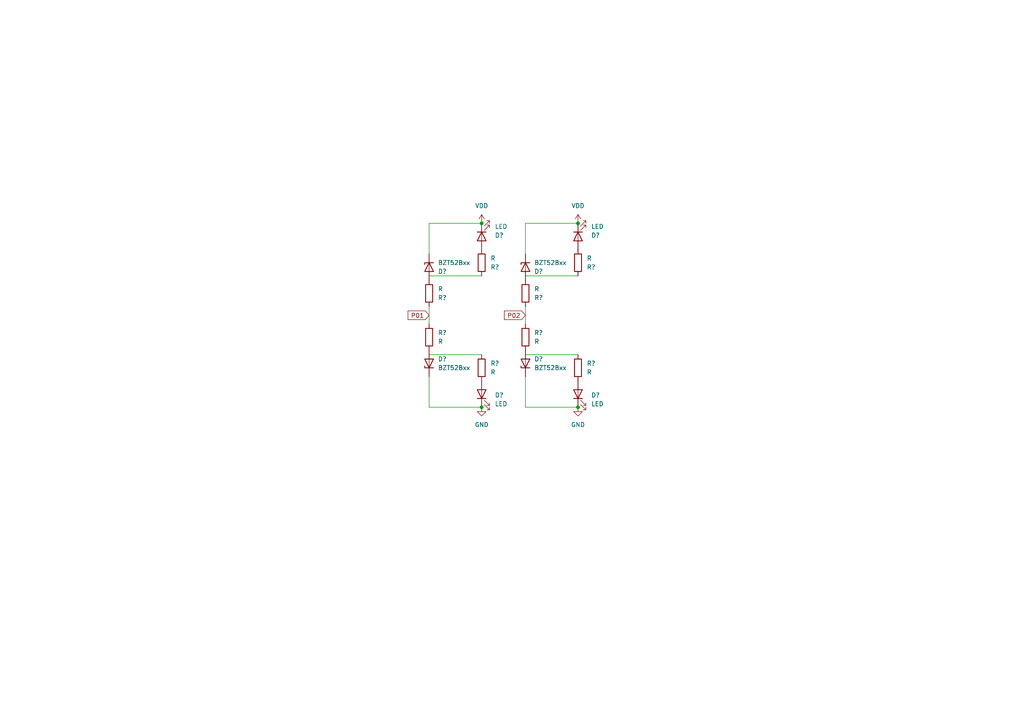
<source format=kicad_sch>
(kicad_sch (version 20211123) (generator eeschema)
  (paper "A4")
  (lib_symbols
    (symbol "Device:LED" (pin_numbers hide) (pin_names (offset 1.016) hide)
      (property "Reference" "D" (at 0 2.54 0))
      (property "Value" "LED" (at 0 -2.54 0))
      (symbol "LED_0_1"
        (polyline (pts (xy -1.27 -1.27) (xy -1.27 1.27)) (stroke (width 0.254)))
        (polyline (pts (xy -1.27 0) (xy 1.27 0)))
        (polyline (pts (xy 1.27 -1.27) (xy 1.27 1.27) (xy -1.27 0) (xy 1.27 -1.27)) (stroke (width 0.254)))
        (polyline (pts (xy -3.048 -0.762) (xy -4.572 -2.286) (xy -3.81 -2.286) (xy -4.572 -2.286) (xy -4.572 -1.524)))
        (polyline (pts (xy -1.778 -0.762) (xy -3.302 -2.286) (xy -2.54 -2.286) (xy -3.302 -2.286) (xy -3.302 -1.524)))
      )
      (symbol "LED_1_1"
        (pin passive line (at -3.81 0 0) (length 2.54) (name "K") (number "1"))
        (pin passive line (at 3.81 0 180) (length 2.54) (name "A") (number "2"))
      )
    )
    (symbol "Device:R" (pin_numbers hide) (pin_names (offset 0))
      (property "Reference" "R" (at 2.032 0 90))
      (property "Value" "R" (at 0 0 90))
      (symbol "R_0_1"
        (rectangle (start -1.016 -2.54) (end 1.016 2.54) (stroke (width 0.254)))
      )
      (symbol "R_1_1"
        (pin passive line (at 0 3.81 270) (length 1.27) (name "~") (number "1"))
        (pin passive line (at 0 -3.81 90) (length 1.27) (name "~") (number "2"))
      )
    )
    (symbol "Diode:BZT52Bxx" (pin_numbers hide) (pin_names hide)
      (property "Reference" "D" (at 0 2.54 0))
      (property "Value" "BZT52Bxx" (at 0 -2.54 0))
      (symbol "BZT52Bxx_0_1"
        (polyline (pts (xy 1.27 0) (xy -1.27 0)))
        (polyline (pts (xy -1.27 -1.27) (xy -1.27 1.27) (xy -0.762 1.27)) (stroke (width 0.254)))
        (polyline (pts (xy 1.27 -1.27) (xy 1.27 1.27) (xy -1.27 0) (xy 1.27 -1.27)) (stroke (width 0.254)))
      )
      (symbol "BZT52Bxx_1_1"
        (pin passive line (at -3.81 0 0) (length 2.54) (name "K") (number "1"))
        (pin passive line (at 3.81 0 180) (length 2.54) (name "A") (number "2"))
      )
    )
    (symbol "power:GND" (power) (pin_names (offset 0))
      (property "Value" "GND" (at 0 -3.81 0))
      (symbol "GND_0_1"
        (polyline (pts (xy 0 0) (xy 0 -1.27) (xy 1.27 -1.27) (xy 0 -2.54) (xy -1.27 -1.27) (xy 0 -1.27)))
      )
      (symbol "GND_1_1"
        (pin power_in line (at 0 0 270) (length 0) hide (name "GND") (number "1"))
      )
    )
    (symbol "power:VDD" (power) (pin_names (offset 0))
      (property "Value" "VDD" (at 0 3.81 0))
      (symbol "VDD_0_1"
        (polyline (pts (xy -0.762 1.27) (xy 0 2.54)))
        (polyline (pts (xy 0 0) (xy 0 2.54)))
        (polyline (pts (xy 0 2.54) (xy 0.762 1.27)))
      )
      (symbol "VDD_1_1"
        (pin power_in line (at 0 0 90) (length 0) hide (name "VDD") (number "1"))
      )
    )
  )
  (junction (at 167.64 118.11))
  (junction (at 139.7 64.77))
  (junction (at 139.7 118.11))
  (junction (at 167.64 64.77))
  (wire (pts (xy 124.46 73.66) (xy 124.46 64.77)))
  (wire (pts (xy 124.46 109.22) (xy 124.46 118.11)))
  (wire (pts (xy 152.4 118.11) (xy 167.64 118.11)))
  (wire (pts (xy 124.46 80.01) (xy 139.7 80.01)))
  (wire (pts (xy 152.4 64.77) (xy 167.64 64.77)))
  (wire (pts (xy 152.4 73.66) (xy 152.4 64.77)))
  (wire (pts (xy 124.46 88.9) (xy 124.46 93.98)))
  (wire (pts (xy 152.4 102.87) (xy 167.64 102.87)))
  (wire (pts (xy 124.46 118.11) (xy 139.7 118.11)))
  (wire (pts (xy 152.4 109.22) (xy 152.4 118.11)))
  (wire (pts (xy 152.4 80.01) (xy 167.64 80.01)))
  (wire (pts (xy 152.4 88.9) (xy 152.4 93.98)))
  (wire (pts (xy 124.46 102.87) (xy 139.7 102.87)))
  (wire (pts (xy 124.46 64.77) (xy 139.7 64.77)))
  (global_label "P02" (shape input) (at 152.4 91.44 180) (property "Intersheet References" "${INTERSHEET_REFS}" (effects hide)))
  (global_label "P01" (shape input) (at 124.46 91.44 180) (property "Intersheet References" "${INTERSHEET_REFS}" (effects hide)))
  (symbol (lib_id "power:VDD") (at 167.64 64.77 0) (unit 1)
    (property "Reference" "#PWR?" (effects hide))
    (property "Value" "VDD" (at 167.64 59.69 0))
  )
  (symbol (lib_id "Device:LED") (at 167.64 68.58 90) (mirror x) (unit 1)
    (property "Reference" "D?" (at 171.45 68.2626 90) (effects (justify right)))
    (property "Value" "LED" (at 171.45 65.7226 90) (effects (justify right)))
  )
  (symbol (lib_id "Device:R") (at 139.7 76.2 0) (mirror y) (unit 1)
    (property "Reference" "R?" (at 142.24 77.4701 0) (effects (justify right)))
    (property "Value" "R" (at 142.24 74.9301 0) (effects (justify right)))
  )
  (symbol (lib_id "Device:R") (at 152.4 97.79 180) (unit 1)
    (property "Reference" "R?" (at 154.94 96.5199 0) (effects (justify right)))
    (property "Value" "R" (at 154.94 99.0599 0) (effects (justify right)))
  )
  (symbol (lib_id "power:GND") (at 167.64 118.11 0) (unit 1)
    (property "Reference" "#PWR?" (effects hide))
    (property "Value" "GND" (at 167.64 123.19 0))
  )
  (symbol (lib_id "Diode:BZT52Bxx") (at 152.4 77.47 90) (mirror x) (unit 1)
    (property "Reference" "D?" (at 154.94 78.7401 90) (effects (justify right)))
    (property "Value" "BZT52Bxx" (at 154.94 76.2001 90) (effects (justify right)))
    (property "Footprint" "Diode_SMD:D_SOD-123F" (effects hide))
    (property "Datasheet" "https://diotec.com/tl_files/diotec/files/pdf/datasheets/bzt52b2v4.pdf" (effects hide))
  )
  (symbol (lib_id "Device:R") (at 152.4 85.09 0) (mirror y) (unit 1)
    (property "Reference" "R?" (at 154.94 86.3601 0) (effects (justify right)))
    (property "Value" "R" (at 154.94 83.8201 0) (effects (justify right)))
  )
  (symbol (lib_id "Device:R") (at 167.64 76.2 0) (mirror y) (unit 1)
    (property "Reference" "R?" (at 170.18 77.4701 0) (effects (justify right)))
    (property "Value" "R" (at 170.18 74.9301 0) (effects (justify right)))
  )
  (symbol (lib_id "power:GND") (at 139.7 118.11 0) (unit 1)
    (property "Reference" "#PWR?" (effects hide))
    (property "Value" "GND" (at 139.7 123.19 0))
  )
  (symbol (lib_id "Device:R") (at 124.46 85.09 0) (mirror y) (unit 1)
    (property "Reference" "R?" (at 127 86.3601 0) (effects (justify right)))
    (property "Value" "R" (at 127 83.8201 0) (effects (justify right)))
  )
  (symbol (lib_id "Device:LED") (at 167.64 114.3 90) (unit 1)
    (property "Reference" "D?" (at 171.45 114.6174 90) (effects (justify right)))
    (property "Value" "LED" (at 171.45 117.1574 90) (effects (justify right)))
  )
  (symbol (lib_id "Device:LED") (at 139.7 68.58 90) (mirror x) (unit 1)
    (property "Reference" "D?" (at 143.51 68.2626 90) (effects (justify right)))
    (property "Value" "LED" (at 143.51 65.7226 90) (effects (justify right)))
  )
  (symbol (lib_id "Diode:BZT52Bxx") (at 152.4 105.41 90) (unit 1)
    (property "Reference" "D?" (at 154.94 104.1399 90) (effects (justify right)))
    (property "Value" "BZT52Bxx" (at 154.94 106.6799 90) (effects (justify right)))
    (property "Footprint" "Diode_SMD:D_SOD-123F" (effects hide))
    (property "Datasheet" "https://diotec.com/tl_files/diotec/files/pdf/datasheets/bzt52b2v4.pdf" (effects hide))
  )
  (symbol (lib_id "Device:R") (at 124.46 97.79 180) (unit 1)
    (property "Reference" "R?" (at 127 96.5199 0) (effects (justify right)))
    (property "Value" "R" (at 127 99.0599 0) (effects (justify right)))
  )
  (symbol (lib_id "power:VDD") (at 139.7 64.77 0) (unit 1)
    (property "Reference" "#PWR?" (effects hide))
    (property "Value" "VDD" (at 139.7 59.69 0))
  )
  (symbol (lib_id "Diode:BZT52Bxx") (at 124.46 105.41 90) (unit 1)
    (property "Reference" "D?" (at 127 104.1399 90) (effects (justify right)))
    (property "Value" "BZT52Bxx" (at 127 106.6799 90) (effects (justify right)))
    (property "Footprint" "Diode_SMD:D_SOD-123F" (effects hide))
    (property "Datasheet" "https://diotec.com/tl_files/diotec/files/pdf/datasheets/bzt52b2v4.pdf" (effects hide))
  )
  (symbol (lib_id "Device:R") (at 167.64 106.68 180) (unit 1)
    (property "Reference" "R?" (at 170.18 105.4099 0) (effects (justify right)))
    (property "Value" "R" (at 170.18 107.9499 0) (effects (justify right)))
  )
  (symbol (lib_id "Device:R") (at 139.7 106.68 180) (unit 1)
    (property "Reference" "R?" (at 142.24 105.4099 0) (effects (justify right)))
    (property "Value" "R" (at 142.24 107.9499 0) (effects (justify right)))
  )
  (symbol (lib_id "Device:LED") (at 139.7 114.3 90) (unit 1)
    (property "Reference" "D?" (at 143.51 114.6174 90) (effects (justify right)))
    (property "Value" "LED" (at 143.51 117.1574 90) (effects (justify right)))
  )
  (symbol (lib_id "Diode:BZT52Bxx") (at 124.46 77.47 90) (mirror x) (unit 1)
    (property "Reference" "D?" (at 127 78.7401 90) (effects (justify right)))
    (property "Value" "BZT52Bxx" (at 127 76.2001 90) (effects (justify right)))
    (property "Footprint" "Diode_SMD:D_SOD-123F" (effects hide))
    (property "Datasheet" "https://diotec.com/tl_files/diotec/files/pdf/datasheets/bzt52b2v4.pdf" (effects hide))
  )
)
</source>
